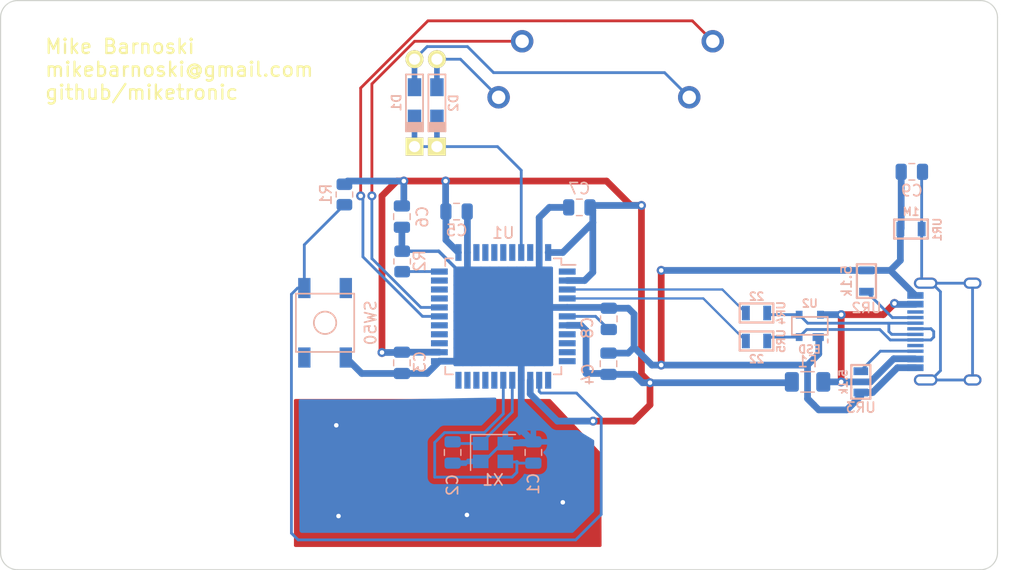
<source format=kicad_pcb>
(kicad_pcb (version 20221018) (generator pcbnew)
  (layers (0 "F.Cu" signal) (31 "B.Cu" signal) (34 "B.Paste" user) (35 "F.Paste" user) (36 "B.SilkS" user "B.Silkscreen") (37 "F.SilkS" user "F.Silkscreen") (38 "B.Mask" user) (39 "F.Mask" user) (44 "Edge.Cuts" user))
  (net 0 "")
  (net 1 "GND")
  (net 2 "+5V")
  (net 3 "ROW0")
  (net 4 "Net-(D1-Pad2)")
  (net 5 "Net-(D2-Pad2)")
  (net 6 "D+")
  (net 7 "D-")
  (net 8 "COL0")
  (net 9 "COL1")
  (net 10 "COL5")
  (net 11 "COL6")
  (net 12 "COL7")
  (net 13 "COL8")
  (net 14 "COL9")
  (net 15 "Net-(U1-UCap)")
  (net 16 "Net-(USB1-SHIELD)")
  (net 17 "VCC")
  (net 18 "Net-(U1-~{RESET})")
  (net 19 "Net-(U1-~{HWB{slash}PE2})")
  (net 30 "Net-(U2-IO1)")
  (net 31 "Net-(U2-IO2)")
  (net 32 "Net-(USB1-CC1)")
  (net 33 "Net-(USB1-CC2)")
  (net 36 "XTAL2")
  (net 37 "XTAL1")
  (footprint "miketronic_fplib:Diode-Hybrid-Back" (layer "F.Cu") (at 115.05 62.4 -90)
    (fp_text reference "D2" (at 0.01 -1.474 90) (layer "B.SilkS") (effects (font (size 0.8 0.8)) (justify mirror)))
    (fp_text value "D" hide)
    (fp_line (start -2.54 -0.762) (end -2.54 0.762) (stroke (width 0.15)) (layer "B.SilkS"))
    (fp_line (start -2.54 0.762) (end 2.54 0.762) (stroke (width 0.15)) (layer "B.SilkS"))
    (fp_line (start 1.778 0.762) (end 1.778 -0.762) (stroke (width 0.15)) (layer "B.SilkS"))
    (fp_line (start 1.905 0.762) (end 1.905 -0.762) (stroke (width 0.15)) (layer "B.SilkS"))
    (fp_line (start 2.032 -0.762) (end 2.032 0.762) (stroke (width 0.15)) (layer "B.SilkS"))
    (fp_line (start 2.159 0.762) (end 2.159 -0.762) (stroke (width 0.15)) (layer "B.SilkS"))
    (fp_line (start 2.286 -0.762) (end 2.286 0.762) (stroke (width 0.15)) (layer "B.SilkS"))
    (fp_line (start 2.413 0.762) (end 2.413 -0.762) (stroke (width 0.15)) (layer "B.SilkS"))
    (fp_line (start 2.54 -0.762) (end -2.54 -0.762) (stroke (width 0.15)) (layer "B.SilkS"))
    (fp_line (start 2.54 0.762) (end 2.54 -0.762) (stroke (width 0.15)) (layer "B.SilkS"))
    (pad "1" smd rect (at 1.4 0 270) (size 1.6 1.2) (layers "B.Cu" "B.Paste" "B.Mask") (net 3 "ROW0"))
    (pad "1" smd rect (at 2.5 0 270) (size 2.9 0.5) (layers "B.Cu") (net 3 "ROW0"))
    (pad "1" thru_hole rect (at 3.9 0 270) (size 1.6 1.6) (drill 1) (layers "*.Cu" "*.Mask" "F.SilkS") (net 3 "ROW0"))
    (pad "2" thru_hole circle (at -3.9 0 270) (size 1.6 1.6) (drill 1) (layers "*.Cu" "*.Mask" "F.SilkS") (net 5 "Net-(D2-Pad2)"))
    (pad "2" smd rect (at -2.5 0 270) (size 2.9 0.5) (layers "B.Cu") (net 5 "Net-(D2-Pad2)"))
    (pad "2" smd rect (at -1.4 0 270) (size 1.6 1.2) (layers "B.Cu" "B.Paste" "B.Mask") (net 5 "Net-(D2-Pad2)"))
  )
  (footprint "miketronic_fplib:MB_KailhChoc-1U_17mm" (layer "F.Cu") (at 140.75 61.2 -90)
    (fp_text reference "SW1")
    (fp_text value "SW")
    (pad "" np_thru_hole circle (at -4.8 -2.7 138.1) (size 1.9 1.9) (drill 1.9) (layers "*.Cu" "*.Mask"))
    (pad "" np_thru_hole circle (at 0.7 -2.7 90) (size 3.4 3.4) (drill 3.4) (layers "*.Cu" "*.Mask"))
    (pad "" np_thru_hole circle (at 6.2 -2.7 138.1) (size 1.9 1.9) (drill 1.9) (layers "*.Cu" "*.Mask"))
    (pad "1" thru_hole circle (at 0.7 3.2 90) (size 2 2) (drill 1.2) (layers "*.Cu" "B.Mask") (net 4 "Net-(D1-Pad2)"))
    (pad "2" thru_hole circle (at -4.3 1.1 90) (size 2 2) (drill 1.2) (layers "*.Cu" "B.Mask") (net 8 "COL0"))
  )
  (footprint "miketronic_fplib:Diode-Hybrid-Back" (layer "F.Cu") (at 113.05 62.4 -90)
    (fp_text reference "D1" (at -0.0254 1.606 90) (layer "B.SilkS") (effects (font (size 0.8 0.8)) (justify mirror)))
    (fp_text value "D" hide)
    (fp_line (start -2.54 -0.762) (end -2.54 0.762) (stroke (width 0.15)) (layer "B.SilkS"))
    (fp_line (start -2.54 0.762) (end 2.54 0.762) (stroke (width 0.15)) (layer "B.SilkS"))
    (fp_line (start 1.778 0.762) (end 1.778 -0.762) (stroke (width 0.15)) (layer "B.SilkS"))
    (fp_line (start 1.905 0.762) (end 1.905 -0.762) (stroke (width 0.15)) (layer "B.SilkS"))
    (fp_line (start 2.032 -0.762) (end 2.032 0.762) (stroke (width 0.15)) (layer "B.SilkS"))
    (fp_line (start 2.159 0.762) (end 2.159 -0.762) (stroke (width 0.15)) (layer "B.SilkS"))
    (fp_line (start 2.286 -0.762) (end 2.286 0.762) (stroke (width 0.15)) (layer "B.SilkS"))
    (fp_line (start 2.413 0.762) (end 2.413 -0.762) (stroke (width 0.15)) (layer "B.SilkS"))
    (fp_line (start 2.54 -0.762) (end -2.54 -0.762) (stroke (width 0.15)) (layer "B.SilkS"))
    (fp_line (start 2.54 0.762) (end 2.54 -0.762) (stroke (width 0.15)) (layer "B.SilkS"))
    (pad "1" smd rect (at 1.4 0 270) (size 1.6 1.2) (layers "B.Cu" "B.Paste" "B.Mask") (net 3 "ROW0"))
    (pad "1" smd rect (at 2.5 0 270) (size 2.9 0.5) (layers "B.Cu") (net 3 "ROW0"))
    (pad "1" thru_hole rect (at 3.9 0 270) (size 1.6 1.6) (drill 1) (layers "*.Cu" "*.Mask" "F.SilkS") (net 3 "ROW0"))
    (pad "2" thru_hole circle (at -3.9 0 270) (size 1.6 1.6) (drill 1) (layers "*.Cu" "*.Mask" "F.SilkS") (net 4 "Net-(D1-Pad2)"))
    (pad "2" smd rect (at -2.5 0 270) (size 2.9 0.5) (layers "B.Cu") (net 4 "Net-(D1-Pad2)"))
    (pad "2" smd rect (at -1.4 0 270) (size 1.6 1.2) (layers "B.Cu" "B.Paste" "B.Mask") (net 4 "Net-(D1-Pad2)"))
  )
  (footprint "miketronic_fplib:MB_KailhChoc-1U_17mm" (layer "F.Cu") (at 123.75 61.2 -90)
    (fp_text reference "SW2")
    (fp_text value "SW")
    (pad "" np_thru_hole circle (at -4.8 -2.7 138.1) (size 1.9 1.9) (drill 1.9) (layers "*.Cu" "*.Mask"))
    (pad "" np_thru_hole circle (at 0.7 -2.7 90) (size 3.4 3.4) (drill 3.4) (layers "*.Cu" "*.Mask"))
    (pad "" np_thru_hole circle (at 6.2 -2.7 138.1) (size 1.9 1.9) (drill 1.9) (layers "*.Cu" "*.Mask"))
    (pad "1" thru_hole circle (at 0.7 3.2 90) (size 2 2) (drill 1.2) (layers "*.Cu" "B.Mask") (net 5 "Net-(D2-Pad2)"))
    (pad "2" thru_hole circle (at -4.3 1.1 90) (size 2 2) (drill 1.2) (layers "*.Cu" "B.Mask") (net 9 "COL1"))
  )
  (footprint "Keebio-Parts:HRO-TYPE-C-31-M-12-Assembly" (layer "B.Cu") (at 165.4125 82.81 -90)
    (fp_text reference "USB1" hide)
    (fp_text value "HRO-TYPE-C-31-M-12")
    (pad "" np_thru_hole circle (at -2.89 6.25 270) (size 0.65 0.65) (drill 0.65) (layers "*.Cu" "*.Mask"))
    (pad "" np_thru_hole circle (at 2.89 6.25 270) (size 0.65 0.65) (drill 0.65) (layers "*.Cu" "*.Mask"))
    (pad "1" smd rect (at -3.225 7.695 270) (size 0.6 1.45) (layers "B.Cu" "B.Paste" "B.Mask") (net 1 "GND"))
    (pad "2" smd rect (at -2.45 7.695 270) (size 0.6 1.45) (layers "B.Cu" "B.Paste" "B.Mask") (net 17 "VCC"))
    (pad "3" smd rect (at -1.75 7.695 270) (size 0.3 1.45) (layers "B.Cu" "B.Paste" "B.Mask"))
    (pad "4" smd rect (at -1.25 7.695 270) (size 0.3 1.45) (layers "B.Cu" "B.Paste" "B.Mask") (net 32 "Net-(USB1-CC1)"))
    (pad "5" smd rect (at -0.75 7.695 270) (size 0.3 1.45) (layers "B.Cu" "B.Paste" "B.Mask") (net 31 "Net-(U2-IO2)"))
    (pad "6" smd rect (at -0.25 7.695 270) (size 0.3 1.45) (layers "B.Cu" "B.Paste" "B.Mask") (net 30 "Net-(U2-IO1)"))
    (pad "7" smd rect (at 0.25 7.695 270) (size 0.3 1.45) (layers "B.Cu" "B.Paste" "B.Mask") (net 31 "Net-(U2-IO2)"))
    (pad "8" smd rect (at 0.75 7.695 270) (size 0.3 1.45) (layers "B.Cu" "B.Paste" "B.Mask") (net 30 "Net-(U2-IO1)"))
    (pad "9" smd rect (at 1.25 7.695 270) (size 0.3 1.45) (layers "B.Cu" "B.Paste" "B.Mask"))
    (pad "10" smd rect (at 1.75 7.695 270) (size 0.3 1.45) (layers "B.Cu" "B.Paste" "B.Mask") (net 33 "Net-(USB1-CC2)"))
    (pad "11" smd rect (at 2.45 7.695 270) (size 0.6 1.45) (layers "B.Cu" "B.Paste" "B.Mask") (net 17 "VCC"))
    (pad "12" smd rect (at 3.225 7.695 270) (size 0.6 1.45) (layers "B.Cu" "B.Paste" "B.Mask") (net 1 "GND"))
    (pad "13" thru_hole oval (at -4.32 2.6 270) (size 1 1.6) (drill oval 0.6 1.2) (layers "*.Cu" "*.Mask") (net 16 "Net-(USB1-SHIELD)"))
    (pad "13" thru_hole oval (at -4.32 6.78 270) (size 1 2.1) (drill oval 0.6 1.7) (layers "*.Cu" "*.Mask") (net 16 "Net-(USB1-SHIELD)"))
    (pad "13" thru_hole oval (at 4.32 2.6 270) (size 1 1.6) (drill oval 0.6 1.2) (layers "*.Cu" "*.Mask") (net 16 "Net-(USB1-SHIELD)"))
    (pad "13" thru_hole oval (at 4.32 6.78 270) (size 1 2.1) (drill oval 0.6 1.7) (layers "*.Cu" "*.Mask") (net 16 "Net-(USB1-SHIELD)"))
  )
  (footprint "Capacitor_SMD:C_0805_2012Metric" (layer "B.Cu") (at 157.4 68.55)
    (fp_text reference "C9" (at 0 1.68) (layer "B.SilkS") (effects (justify mirror)))
    (fp_text value "4.7uF")
    (fp_line (start -0.261252 -0.735) (end 0.261252 -0.735) (stroke (width 0.12)) (layer "B.SilkS"))
    (fp_line (start -0.261252 0.735) (end 0.261252 0.735) (stroke (width 0.12)) (layer "B.SilkS"))
    (pad "1" smd roundrect (at -0.95 0) (size 1 1.45) (layers "B.Cu" "B.Paste" "B.Mask") (net 1 "GND"))
    (pad "2" smd roundrect (at 0.95 0) (size 1 1.45) (layers "B.Cu" "B.Paste" "B.Mask") (net 16 "Net-(USB1-SHIELD)"))
  )
  (footprint "Keebio-Parts:R_0805" (layer "B.Cu") (at 143.55 81.15 180)
    (fp_text reference "UR4" (at -2.184 0 90) (layer "B.SilkS") (effects (font (size 0.7 0.7)) (justify mirror)))
    (fp_text value "22" (at 0 1.468) (layer "B.SilkS") (effects (font (size 0.7 0.7)) (justify mirror)))
    (fp_line (start -1.5 -0.85) (end 1.5 -0.85) (stroke (width 0.2)) (layer "B.SilkS"))
    (fp_line (start -1.5 0.85) (end -1.5 -0.85) (stroke (width 0.2)) (layer "B.SilkS"))
    (fp_line (start -1.5 0.85) (end 1.5 0.85) (stroke (width 0.2)) (layer "B.SilkS"))
    (fp_line (start 1.5 0.85) (end 1.5 -0.85) (stroke (width 0.2)) (layer "B.SilkS"))
    (pad "1" smd rect (at -0.95 0 180) (size 0.7 1.3) (layers "B.Cu" "B.Paste" "B.Mask") (net 31 "Net-(U2-IO2)") (clearance 0.1))
    (pad "2" smd rect (at 0.95 0 180) (size 0.7 1.3) (layers "B.Cu" "B.Paste" "B.Mask") (net 7 "D-") (clearance 0.1))
  )
  (footprint "Capacitor_SMD:C_0805_2012Metric" (layer "B.Cu") (at 127.75 71.725 180)
    (fp_text reference "C7" (at 0 1.68) (layer "B.SilkS") (effects (justify mirror)))
    (fp_text value "10uF")
    (fp_line (start -0.261252 -0.735) (end 0.261252 -0.735) (stroke (width 0.12)) (layer "B.SilkS"))
    (fp_line (start -0.261252 0.735) (end 0.261252 0.735) (stroke (width 0.12)) (layer "B.SilkS"))
    (pad "1" smd roundrect (at -0.95 0 180) (size 1 1.45) (layers "B.Cu" "B.Paste" "B.Mask") (net 2 "+5V"))
    (pad "2" smd roundrect (at 0.95 0 180) (size 1 1.45) (layers "B.Cu" "B.Paste" "B.Mask") (net 1 "GND"))
  )
  (footprint "Keebio-Parts:R_0805" (layer "B.Cu") (at 157.325 73.66)
    (fp_text reference "UR1" (at 2.35 0.05 90) (layer "B.SilkS") (effects (font (size 0.7 0.7)) (justify mirror)))
    (fp_text value "1M" (at 0 -1.55) (layer "B.SilkS") (effects (font (size 0.7 0.7)) (justify mirror)))
    (fp_line (start -1.5 -0.85) (end 1.5 -0.85) (stroke (width 0.2)) (layer "B.SilkS"))
    (fp_line (start -1.5 0.85) (end -1.5 -0.85) (stroke (width 0.2)) (layer "B.SilkS"))
    (fp_line (start -1.5 0.85) (end 1.5 0.85) (stroke (width 0.2)) (layer "B.SilkS"))
    (fp_line (start 1.5 0.85) (end 1.5 -0.85) (stroke (width 0.2)) (layer "B.SilkS"))
    (pad "1" smd rect (at -0.95 0) (size 0.7 1.3) (layers "B.Cu" "B.Paste" "B.Mask") (net 1 "GND") (clearance 0.1))
    (pad "2" smd rect (at 0.95 0) (size 0.7 1.3) (layers "B.Cu" "B.Paste" "B.Mask") (net 16 "Net-(USB1-SHIELD)") (clearance 0.1))
  )
  (footprint "Resistor_SMD:R_0805_2012Metric" (layer "B.Cu") (at 111.95 76.55 90)
    (fp_text reference "R2" (at 0.05 1.55 90) (layer "B.SilkS") (effects (justify mirror)))
    (fp_text value "10k")
    (fp_line (start -0.227064 -0.735) (end 0.227064 -0.735) (stroke (width 0.12)) (layer "B.SilkS"))
    (fp_line (start -0.227064 0.735) (end 0.227064 0.735) (stroke (width 0.12)) (layer "B.SilkS"))
    (pad "1" smd roundrect (at -0.9125 0 90) (size 1.025 1.4) (layers "B.Cu" "B.Paste" "B.Mask") (roundrect_rratio 0.243902439) (net 19 "Net-(U1-~{HWB{slash}PE2})"))
    (pad "2" smd roundrect (at 0.9125 0 90) (size 1.025 1.4) (layers "B.Cu" "B.Paste" "B.Mask") (roundrect_rratio 0.243902439) (net 1 "GND"))
  )
  (footprint "Resistor_SMD:R_0805_2012Metric" (layer "B.Cu") (at 106.8 70.575 -90)
    (fp_text reference "R1" (at 0 1.65 90) (layer "B.SilkS") (effects (justify mirror)))
    (fp_text value "10k")
    (fp_line (start -0.227064 -0.735) (end 0.227064 -0.735) (stroke (width 0.12)) (layer "B.SilkS"))
    (fp_line (start -0.227064 0.735) (end 0.227064 0.735) (stroke (width 0.12)) (layer "B.SilkS"))
    (pad "1" smd roundrect (at -0.9125 0 270) (size 1.025 1.4) (layers "B.Cu" "B.Paste" "B.Mask") (roundrect_rratio 0.243902439) (net 2 "+5V"))
    (pad "2" smd roundrect (at 0.9125 0 270) (size 1.025 1.4) (layers "B.Cu" "B.Paste" "B.Mask") (roundrect_rratio 0.243902439) (net 18 "Net-(U1-~{RESET})"))
  )
  (footprint "Capacitor_SMD:C_0805_2012Metric" (layer "B.Cu") (at 111.925 85.6 -90)
    (fp_text reference "C3" (at -0.075 -1.6 90) (layer "B.SilkS") (effects (justify mirror)))
    (fp_text value "0.1uF")
    (fp_line (start -0.261252 -0.735) (end 0.261252 -0.735) (stroke (width 0.12)) (layer "B.SilkS"))
    (fp_line (start -0.261252 0.735) (end 0.261252 0.735) (stroke (width 0.12)) (layer "B.SilkS"))
    (pad "1" smd roundrect (at -0.95 0 270) (size 1 1.45) (layers "B.Cu" "B.Paste" "B.Mask") (net 2 "+5V"))
    (pad "2" smd roundrect (at 0.95 0 270) (size 1 1.45) (layers "B.Cu" "B.Paste" "B.Mask") (net 1 "GND"))
  )
  (footprint "random-keyboard-parts:SKQG-1155865" (layer "B.Cu") (at 105.075 82.025 -90)
    (fp_text reference "SW50" (at 0 -4.064 90) (layer "B.SilkS") (effects (justify mirror)))
    (fp_text value "SW_Push")
    (fp_line (start -2.6 -2.6) (end -2.6 2.6) (stroke (width 0.15)) (layer "B.SilkS"))
    (fp_line (start -2.6 2.6) (end 2.6 2.6) (stroke (width 0.15)) (layer "B.SilkS"))
    (fp_line (start 2.6 -2.6) (end -2.6 -2.6) (stroke (width 0.15)) (layer "B.SilkS"))
    (fp_line (start 2.6 2.6) (end 2.6 -2.6) (stroke (width 0.15)) (layer "B.SilkS"))
    (fp_circle (center 0 0) (end 1 0) (stroke (width 0.15)) (fill none) (layer "B.SilkS"))
    (pad "1" smd rect (at 3.1 -1.85 270) (size 1.8 1.1) (layers "B.Cu" "B.Paste" "B.Mask") (net 1 "GND"))
    (pad "2" smd rect (at -3.1 1.85 270) (size 1.8 1.1) (layers "B.Cu" "B.Paste" "B.Mask") (net 18 "Net-(U1-~{RESET})"))
    (pad "3" smd rect (at 3.1 1.85 270) (size 1.8 1.1) (layers "B.Cu" "B.Paste" "B.Mask"))
    (pad "4" smd rect (at -3.1 -1.85 270) (size 1.8 1.1) (layers "B.Cu" "B.Paste" "B.Mask"))
  )
  (footprint "Fuse:Fuse_1206_3216Metric" (layer "B.Cu") (at 148.1 87.3 180)
    (fp_text reference "F1" (at 0 1.82) (layer "B.SilkS") (effects (justify mirror)))
    (fp_text value "500mA Hold")
    (fp_line (start -0.602064 -0.91) (end 0.602064 -0.91) (stroke (width 0.12)) (layer "B.SilkS"))
    (fp_line (start -0.602064 0.91) (end 0.602064 0.91) (stroke (width 0.12)) (layer "B.SilkS"))
    (pad "1" smd roundrect (at -1.4 0 180) (size 1.25 1.75) (layers "B.Cu" "B.Paste" "B.Mask") (roundrect_rratio 0.2) (net 17 "VCC"))
    (pad "2" smd roundrect (at 1.4 0 180) (size 1.25 1.75) (layers "B.Cu" "B.Paste" "B.Mask") (roundrect_rratio 0.2) (net 2 "+5V"))
  )
  (footprint "Capacitor_SMD:C_0805_2012Metric" (layer "B.Cu") (at 130.375 81.675 -90)
    (fp_text reference "C8" (at 0.801 1.913 90) (layer "B.SilkS") (effects (justify mirror)))
    (fp_text value "1uF")
    (fp_line (start -0.261252 -0.735) (end 0.261252 -0.735) (stroke (width 0.12)) (layer "B.SilkS"))
    (fp_line (start -0.261252 0.735) (end 0.261252 0.735) (stroke (width 0.12)) (layer "B.SilkS"))
    (pad "1" smd roundrect (at -0.95 0 270) (size 1 1.45) (layers "B.Cu" "B.Paste" "B.Mask") (net 1 "GND"))
    (pad "2" smd roundrect (at 0.95 0 270) (size 1 1.45) (layers "B.Cu" "B.Paste" "B.Mask") (net 15 "Net-(U1-UCap)"))
  )
  (footprint "Keebio-Parts:R_0805" (layer "B.Cu") (at 152.85 87.3 90)
    (fp_text reference "UR3" (at -2.288 0) (layer "B.SilkS") (effects (font (size 0.889 0.889) (thickness 0.15) bold) (justify mirror)))
    (fp_text value "5.1k" (at 0 -1.55 90) (layer "B.SilkS") (effects (font (size 0.7 0.7)) (justify mirror)))
    (fp_line (start -1.5 -0.85) (end 1.5 -0.85) (stroke (width 0.2)) (layer "B.SilkS"))
    (fp_line (start -1.5 0.85) (end -1.5 -0.85) (stroke (width 0.2)) (layer "B.SilkS"))
    (fp_line (start -1.5 0.85) (end 1.5 0.85) (stroke (width 0.2)) (layer "B.SilkS"))
    (fp_line (start 1.5 0.85) (end 1.5 -0.85) (stroke (width 0.2)) (layer "B.SilkS"))
    (pad "1" smd rect (at -0.95 0 90) (size 0.7 1.3) (layers "B.Cu" "B.Paste" "B.Mask") (net 1 "GND") (clearance 0.1))
    (pad "2" smd rect (at 0.95 0 90) (size 0.7 1.3) (layers "B.Cu" "B.Paste" "B.Mask") (net 33 "Net-(USB1-CC2)") (clearance 0.1))
  )
  (footprint "Keebio-Parts:SOT-143B" (layer "B.Cu") (at 148.3 82.3 180)
    (fp_text reference "U2" (at 0 2) (layer "B.SilkS") (effects (font (size 0.7 0.7)) (justify mirror)))
    (fp_text value "PRTR5V0U2X" hide)
    (fp_text user "ESD" (at 0.026 -2.1) (layer "B.SilkS") (effects (font (size 0.7 0.7)) (justify mirror)))
    (fp_line (start -1.6 -1.2) (end -1.6 -1.5) (stroke (width 0.15)) (layer "B.SilkS"))
    (fp_line (start -1.6 0.8) (end -1.6 -0.8) (stroke (width 0.15)) (layer "B.SilkS"))
    (fp_line (start 1.6 -0.8) (end -1.6 -0.8) (stroke (width 0.15)) (layer "B.SilkS"))
    (fp_line (start 1.6 0.8) (end -1.6 0.8) (stroke (width 0.15)) (layer "B.SilkS"))
    (fp_line (start 1.6 0.8) (end 1.6 -0.8) (stroke (width 0.15)) (layer "B.SilkS"))
    (pad "1" smd rect (at -0.75 -1 180) (size 1 0.7) (layers "B.Cu" "B.Paste" "B.Mask") (net 1 "GND"))
    (pad "2" smd rect (at 0.95 -1 180) (size 0.6 0.7) (layers "B.Cu" "B.Paste" "B.Mask") (net 30 "Net-(U2-IO1)"))
    (pad "3" smd rect (at 0.95 1 180) (size 0.6 0.7) (layers "B.Cu" "B.Paste" "B.Mask") (net 31 "Net-(U2-IO2)"))
    (pad "4" smd rect (at -0.95 1 180) (size 0.6 0.7) (layers "B.Cu" "B.Paste" "B.Mask") (net 17 "VCC"))
  )
  (footprint "Capacitor_SMD:C_0805_2012Metric" (layer "B.Cu") (at 111.925 72.55 -90)
    (fp_text reference "C6" (at 0.025 -1.825 90) (layer "B.SilkS") (effects (justify mirror)))
    (fp_text value "0.1uF")
    (fp_line (start -0.261252 -0.735) (end 0.261252 -0.735) (stroke (width 0.12)) (layer "B.SilkS"))
    (fp_line (start -0.261252 0.735) (end 0.261252 0.735) (stroke (width 0.12)) (layer "B.SilkS"))
    (pad "1" smd roundrect (at -0.95 0 270) (size 1 1.45) (layers "B.Cu" "B.Paste" "B.Mask") (net 2 "+5V"))
    (pad "2" smd roundrect (at 0.95 0 270) (size 1 1.45) (layers "B.Cu" "B.Paste" "B.Mask") (net 1 "GND"))
  )
  (footprint "Capacitor_SMD:C_0805_2012Metric" (layer "B.Cu") (at 116.45 93.6 -90)
    (fp_text reference "C2" (at 2.906248 0.01875 90) (layer "B.SilkS") (effects (justify mirror)))
    (fp_text value "22pF")
    (fp_line (start -0.261252 -0.735) (end 0.261252 -0.735) (stroke (width 0.12)) (layer "B.SilkS"))
    (fp_line (start -0.261252 0.735) (end 0.261252 0.735) (stroke (width 0.12)) (layer "B.SilkS"))
    (pad "1" smd roundrect (at -0.95 0 270) (size 1 1.45) (layers "B.Cu" "B.Paste" "B.Mask") (net 37 "XTAL1"))
    (pad "2" smd roundrect (at 0.95 0 270) (size 1 1.45) (layers "B.Cu" "B.Paste" "B.Mask") (net 1 "GND"))
  )
  (footprint "Capacitor_SMD:C_0805_2012Metric" (layer "B.Cu") (at 116.8 72.1)
    (fp_text reference "C5" (at 0 1.68) (layer "B.SilkS") (effects (justify mirror)))
    (fp_text value "0.1uF")
    (fp_line (start -0.261252 -0.735) (end 0.261252 -0.735) (stroke (width 0.12)) (layer "B.SilkS"))
    (fp_line (start -0.261252 0.735) (end 0.261252 0.735) (stroke (width 0.12)) (layer "B.SilkS"))
    (pad "1" smd roundrect (at -0.95 0) (size 1 1.45) (layers "B.Cu" "B.Paste" "B.Mask") (net 2 "+5V"))
    (pad "2" smd roundrect (at 0.95 0) (size 1 1.45) (layers "B.Cu" "B.Paste" "B.Mask") (net 1 "GND"))
  )
  (footprint "Package_QFP:TQFP-44_10x10mm_P0.8mm" (layer "B.Cu") (at 120.96875 81.45375 180)
    (fp_text reference "U1" (at 0 7.45) (layer "B.SilkS") (effects (justify mirror)))
    (fp_text value "ATmega32U4")
    (fp_line (start -5.175 -5.175) (end -5.175 -4.5) (stroke (width 0.15)) (layer "B.SilkS"))
    (fp_line (start -5.175 -5.175) (end -4.5 -5.175) (stroke (width 0.15)) (layer "B.SilkS"))
    (fp_line (start -5.175 4.6) (end -6.45 4.6) (stroke (width 0.15)) (layer "B.SilkS"))
    (fp_line (start -5.175 5.175) (end -5.175 4.6) (stroke (width 0.15)) (layer "B.SilkS"))
    (fp_line (start -5.175 5.175) (end -4.5 5.175) (stroke (width 0.15)) (layer "B.SilkS"))
    (fp_line (start 5.175 -5.175) (end 4.5 -5.175) (stroke (width 0.15)) (layer "B.SilkS"))
    (fp_line (start 5.175 -5.175) (end 5.175 -4.5) (stroke (width 0.15)) (layer "B.SilkS"))
    (fp_line (start 5.175 5.175) (end 4.5 5.175) (stroke (width 0.15)) (layer "B.SilkS"))
    (fp_line (start 5.175 5.175) (end 5.175 4.5) (stroke (width 0.15)) (layer "B.SilkS"))
    (pad "1" smd rect (at -5.7 4 180) (size 1.5 0.55) (layers "B.Cu" "B.Paste" "B.Mask"))
    (pad "2" smd rect (at -5.7 3.2 180) (size 1.5 0.55) (layers "B.Cu" "B.Paste" "B.Mask") (net 2 "+5V"))
    (pad "3" smd rect (at -5.7 2.4 180) (size 1.5 0.55) (layers "B.Cu" "B.Paste" "B.Mask") (net 7 "D-"))
    (pad "4" smd rect (at -5.7 1.6 180) (size 1.5 0.55) (layers "B.Cu" "B.Paste" "B.Mask") (net 6 "D+"))
    (pad "5" smd rect (at -5.7 0.8 180) (size 1.5 0.55) (layers "B.Cu" "B.Paste" "B.Mask") (net 1 "GND"))
    (pad "6" smd rect (at -5.7 0 180) (size 1.5 0.55) (layers "B.Cu" "B.Paste" "B.Mask") (net 15 "Net-(U1-UCap)"))
    (pad "7" smd rect (at -5.7 -0.8 180) (size 1.5 0.55) (layers "B.Cu" "B.Paste" "B.Mask") (net 2 "+5V"))
    (pad "8" smd rect (at -5.7 -1.6 180) (size 1.5 0.55) (layers "B.Cu" "B.Paste" "B.Mask"))
    (pad "9" smd rect (at -5.7 -2.4 180) (size 1.5 0.55) (layers "B.Cu" "B.Paste" "B.Mask"))
    (pad "10" smd rect (at -5.7 -3.2 180) (size 1.5 0.55) (layers "B.Cu" "B.Paste" "B.Mask"))
    (pad "11" smd rect (at -5.7 -4 180) (size 1.5 0.55) (layers "B.Cu" "B.Paste" "B.Mask"))
    (pad "12" smd rect (at -4 -5.7 90) (size 1.5 0.55) (layers "B.Cu" "B.Paste" "B.Mask"))
    (pad "13" smd rect (at -3.2 -5.7 90) (size 1.5 0.55) (layers "B.Cu" "B.Paste" "B.Mask") (net 18 "Net-(U1-~{RESET})"))
    (pad "14" smd rect (at -2.4 -5.7 90) (size 1.5 0.55) (layers "B.Cu" "B.Paste" "B.Mask") (net 2 "+5V"))
    (pad "15" smd rect (at -1.6 -5.7 90) (size 1.5 0.55) (layers "B.Cu" "B.Paste" "B.Mask") (net 1 "GND"))
    (pad "16" smd rect (at -0.8 -5.7 90) (size 1.5 0.55) (layers "B.Cu" "B.Paste" "B.Mask") (net 37 "XTAL1"))
    (pad "17" smd rect (at 0 -5.7 90) (size 1.5 0.55) (layers "B.Cu" "B.Paste" "B.Mask") (net 36 "XTAL2"))
    (pad "18" smd rect (at 0.8 -5.7 90) (size 1.5 0.55) (layers "B.Cu" "B.Paste" "B.Mask") (net 10 "COL5"))
    (pad "19" smd rect (at 1.6 -5.7 90) (size 1.5 0.55) (layers "B.Cu" "B.Paste" "B.Mask") (net 11 "COL6"))
    (pad "20" smd rect (at 2.4 -5.7 90) (size 1.5 0.55) (layers "B.Cu" "B.Paste" "B.Mask") (net 12 "COL7"))
    (pad "21" smd rect (at 3.2 -5.7 90) (size 1.5 0.55) (layers "B.Cu" "B.Paste" "B.Mask") (net 13 "COL8"))
    (pad "22" smd rect (at 4 -5.7 90) (size 1.5 0.55) (layers "B.Cu" "B.Paste" "B.Mask") (net 14 "COL9"))
    (pad "23" smd rect (at 5.7 -4 180) (size 1.5 0.55) (layers "B.Cu" "B.Paste" "B.Mask") (net 1 "GND"))
    (pad "24" smd rect (at 5.7 -3.2 180) (size 1.5 0.55) (layers "B.Cu" "B.Paste" "B.Mask") (net 2 "+5V"))
    (pad "25" smd rect (at 5.7 -2.4 180) (size 1.5 0.55) (layers "B.Cu" "B.Paste" "B.Mask"))
    (pad "26" smd rect (at 5.7 -1.6 180) (size 1.5 0.55) (layers "B.Cu" "B.Paste" "B.Mask"))
    (pad "27" smd rect (at 5.7 -0.8 180) (size 1.5 0.55) (layers "B.Cu" "B.Paste" "B.Mask"))
    (pad "28" smd rect (at 5.7 0 180) (size 1.5 0.55) (layers "B.Cu" "B.Paste" "B.Mask") (net 8 "COL0"))
    (pad "29" smd rect (at 5.7 0.8 180) (size 1.5 0.55) (layers "B.Cu" "B.Paste" "B.Mask") (net 9 "COL1"))
    (pad "30" smd rect (at 5.7 1.6 180) (size 1.5 0.55) (layers "B.Cu" "B.Paste" "B.Mask"))
    (pad "31" smd rect (at 5.7 2.4 180) (size 1.5 0.55) (layers "B.Cu" "B.Paste" "B.Mask"))
    (pad "32" smd rect (at 5.7 3.2 180) (size 1.5 0.55) (layers "B.Cu" "B.Paste" "B.Mask"))
    (pad "33" smd rect (at 5.7 4 180) (size 1.5 0.55) (layers "B.Cu" "B.Paste" "B.Mask") (net 19 "Net-(U1-~{HWB{slash}PE2})"))
    (pad "34" smd rect (at 4 5.7 90) (size 1.5 0.55) (layers "B.Cu" "B.Paste" "B.Mask") (net 2 "+5V"))
    (pad "35" smd rect (at 3.2 5.7 90) (size 1.5 0.55) (layers "B.Cu" "B.Paste" "B.Mask") (net 1 "GND"))
    (pad "36" smd rect (at 2.4 5.7 90) (size 1.5 0.55) (layers "B.Cu" "B.Paste" "B.Mask"))
    (pad "37" smd rect (at 1.6 5.7 90) (size 1.5 0.55) (layers "B.Cu" "B.Paste" "B.Mask"))
    (pad "38" smd rect (at 0.8 5.7 90) (size 1.5 0.55) (layers "B.Cu" "B.Paste" "B.Mask"))
    (pad "39" smd rect (at 0 5.7 90) (size 1.5 0.55) (layers "B.Cu" "B.Paste" "B.Mask"))
    (pad "40" smd rect (at -0.8 5.7 90) (size 1.5 0.55) (layers "B.Cu" "B.Paste" "B.Mask"))
    (pad "41" smd rect (at -1.6 5.7 90) (size 1.5 0.55) (layers "B.Cu" "B.Paste" "B.Mask") (net 3 "ROW0"))
    (pad "42" smd rect (at -2.4 5.7 90) (size 1.5 0.55) (layers "B.Cu" "B.Paste" "B.Mask"))
    (pad "43" smd rect (at -3.2 5.7 90) (size 1.5 0.55) (layers "B.Cu" "B.Paste" "B.Mask") (net 1 "GND"))
    (pad "44" smd rect (at -4 5.7 90) (size 1.5 0.55) (layers "B.Cu" "B.Paste" "B.Mask") (net 2 "+5V"))
  )
  (footprint "Capacitor_SMD:C_0805_2012Metric" (layer "B.Cu") (at 123.65 93.6 -90)
    (fp_text reference "C1" (at 2.8 0 90) (layer "B.SilkS") (effects (justify mirror)))
    (fp_text value "22pF")
    (fp_line (start -0.261252 -0.735) (end 0.261252 -0.735) (stroke (width 0.12)) (layer "B.SilkS"))
    (fp_line (start -0.261252 0.735) (end 0.261252 0.735) (stroke (width 0.12)) (layer "B.SilkS"))
    (pad "1" smd roundrect (at -0.95 0 270) (size 1 1.45) (layers "B.Cu" "B.Paste" "B.Mask") (net 1 "GND"))
    (pad "2" smd roundrect (at 0.95 0 270) (size 1 1.45) (layers "B.Cu" "B.Paste" "B.Mask") (net 36 "XTAL2"))
  )
  (footprint "Crystal:Crystal_SMD_SeikoEpson_FA238-4Pin_3.2x2.5mm" (layer "B.Cu") (at 120.05 93.6)
    (fp_text reference "X1" (at 0 2.45) (layer "B.SilkS") (effects (justify mirror)))
    (fp_text value "XTAL_GND")
    (fp_line (start -2 -1.6) (end 2 -1.6) (stroke (width 0.12)) (layer "B.SilkS"))
    (fp_line (start -2 1.6) (end -2 -1.6) (stroke (width 0.12)) (layer "B.SilkS"))
    (pad "1" smd rect (at -1.1 -0.8) (size 1.4 1.2) (layers "B.Cu" "B.Paste" "B.Mask") (net 37 "XTAL1"))
    (pad "2" smd rect (at 1.1 -0.8) (size 1.4 1.2) (layers "B.Cu" "B.Paste" "B.Mask") (net 1 "GND"))
    (pad "3" smd rect (at 1.1 0.8) (size 1.4 1.2) (layers "B.Cu" "B.Paste" "B.Mask") (net 36 "XTAL2"))
    (pad "4" smd rect (at -1.1 0.8) (size 1.4 1.2) (layers "B.Cu" "B.Paste" "B.Mask") (net 1 "GND"))
  )
  (footprint "Capacitor_SMD:C_0805_2012Metric" (layer "B.Cu") (at 130.35 85.68 90)
    (fp_text reference "C4" (at -0.94 -1.84 90) (layer "B.SilkS") (effects (justify mirror)))
    (fp_text value "0.1uF")
    (fp_line (start -0.261252 -0.735) (end 0.261252 -0.735) (stroke (width 0.12)) (layer "B.SilkS"))
    (fp_line (start -0.261252 0.735) (end 0.261252 0.735) (stroke (width 0.12)) (layer "B.SilkS"))
    (pad "1" smd roundrect (at -0.95 0 90) (size 1 1.45) (layers "B.Cu" "B.Paste" "B.Mask") (net 2 "+5V"))
    (pad "2" smd roundrect (at 0.95 0 90) (size 1 1.45) (layers "B.Cu" "B.Paste" "B.Mask") (net 1 "GND"))
  )
  (footprint "Keebio-Parts:R_0805" (layer "B.Cu") (at 143.55 83.65)
    (fp_text reference "UR5" (at 2.184 0 90) (layer "B.SilkS") (effects (font (size 0.7 0.7)) (justify mirror)))
    (fp_text value "22" (at 0 1.62) (layer "B.SilkS") (effects (font (size 0.7 0.7)) (justify mirror)))
    (fp_line (start -1.5 -0.85) (end 1.5 -0.85) (stroke (width 0.2)) (layer "B.SilkS"))
    (fp_line (start -1.5 0.85) (end -1.5 -0.85) (stroke (width 0.2)) (layer "B.SilkS"))
    (fp_line (start -1.5 0.85) (end 1.5 0.85) (stroke (width 0.2)) (layer "B.SilkS"))
    (fp_line (start 1.5 0.85) (end 1.5 -0.85) (stroke (width 0.2)) (layer "B.SilkS"))
    (pad "1" smd rect (at -0.95 0) (size 0.7 1.3) (layers "B.Cu" "B.Paste" "B.Mask") (net 6 "D+") (clearance 0.1))
    (pad "2" smd rect (at 0.95 0) (size 0.7 1.3) (layers "B.Cu" "B.Paste" "B.Mask") (net 30 "Net-(U2-IO1)") (clearance 0.1))
  )
  (footprint "Keebio-Parts:R_0805" (layer "B.Cu") (at 153.35 78.3 90)
    (fp_text reference "UR2" (at -2.398 0.004) (layer "B.SilkS") (effects (font (size 0.889 0.889)) (justify mirror)))
    (fp_text value "5.1k" (at 0 -1.774 90) (layer "B.SilkS") (effects (font (size 0.889 0.889)) (justify mirror)))
    (fp_line (start -1.5 -0.85) (end 1.5 -0.85) (stroke (width 0.2)) (layer "B.SilkS"))
    (fp_line (start -1.5 0.85) (end -1.5 -0.85) (stroke (width 0.2)) (layer "B.SilkS"))
    (fp_line (start -1.5 0.85) (end 1.5 0.85) (stroke (width 0.2)) (layer "B.SilkS"))
    (fp_line (start 1.5 0.85) (end 1.5 -0.85) (stroke (width 0.2)) (layer "B.SilkS"))
    (pad "1" smd rect (at -0.95 0 90) (size 0.7 1.3) (layers "B.Cu" "B.Paste" "B.Mask") (net 32 "Net-(USB1-CC1)") (clearance 0.1))
    (pad "2" smd rect (at 0.95 0 90) (size 0.7 1.3) (layers "B.Cu" "B.Paste" "B.Mask") (net 1 "GND") (clearance 0.1))
  )
  (gr_arc (start 77.662 104.066) (mid 76.584369 103.619631) (end 76.138 102.542) (stroke (width 0.1)) (layer "Edge.Cuts"))
  (gr_line (start 163.514 104.066) (end 77.662 104.066) (stroke (width 0.1)) (layer "Edge.Cuts"))
  (gr_arc (start 163.514 53.266) (mid 164.591631 53.712369) (end 165.038 54.79) (stroke (width 0.1)) (layer "Edge.Cuts"))
  (gr_arc (start 165.038 102.542) (mid 164.591631 103.619631) (end 163.514 104.066) (stroke (width 0.1)) (layer "Edge.Cuts"))
  (gr_line (start 77.662 53.266) (end 163.514 53.266) (stroke (width 0.1)) (layer "Edge.Cuts"))
  (gr_arc (start 76.138 54.79) (mid 76.584369 53.712369) (end 77.662 53.266) (stroke (width 0.1)) (layer "Edge.Cuts"))
  (gr_line (start 76.138 102.542) (end 76.138 54.79) (stroke (width 0.1)) (layer "Edge.Cuts"))
  (gr_line (start 165.038 54.79) (end 165.038 102.542) (stroke (width 0.1)) (layer "Edge.Cuts"))
  (gr_text "Mike Barnoski\nmikebarnoski@gmail.com\ngithub/miketronic" (at 80 62.2) (layer "F.SilkS") (effects (font (size 1.27 1.27) (thickness 0.2) bold) (justify left bottom)))
  (segment (start 135.05 77.35) (end 135.05 85.8) (width 0.6) (layer "F.Cu") (net 1))
  (via (at 106.275 99.275) (size 0.8) (drill 0.4) (layers "F.Cu" "B.Cu") (net 1))
  (via (at 106.075 91.175) (size 0.8) (drill 0.4) (layers "F.Cu" "B.Cu") (net 1))
  (via (at 126.275 98.05) (size 0.8) (drill 0.4) (layers "F.Cu" "B.Cu") (net 1))
  (via (at 135.05 77.35) (size 0.8) (drill 0.4) (layers "F.Cu" "B.Cu") (net 1))
  (via (at 135.05 85.8) (size 0.8) (drill 0.4) (layers "F.Cu" "B.Cu") (net 1))
  (via (at 117.725 99.175) (size 0.8) (drill 0.4) (layers "F.Cu" "B.Cu") (net 1))
  (segment (start 132.11 84.73) (end 132.63 84.21) (width 0.6) (layer "B.Cu") (net 1))
  (segment (start 148.675 89.375) (end 148.2 88.9) (width 0.6) (layer "B.Cu") (net 1))
  (segment (start 122.56875 82.08125) (end 122.56875 87.15375) (width 0.6) (layer "B.Cu") (net 1))
  (segment (start 153.9 88.25) (end 152.85 88.25) (width 0.6) (layer "B.Cu") (net 1))
  (segment (start 111.925 86.55) (end 108.35 86.55) (width 0.6) (layer "B.Cu") (net 1))
  (segment (start 130.35 84.73) (end 132.11 84.73) (width 0.6) (layer "B.Cu") (net 1))
  (segment (start 148.1 85.8) (end 148.1 88.8) (width 0.6) (layer "B.Cu") (net 1))
  (segment (start 117.76875 72.11875) (end 117.76875 75.75375) (width 0.6) (layer "B.Cu") (net 1))
  (segment (start 155.4825 77.35) (end 157.7175 79.585) (width 0.6) (layer "B.Cu") (net 1))
  (segment (start 118.95 94.45) (end 116.55 94.45) (width 0.254) (layer "B.Cu") (net 1))
  (segment (start 115.2125 75.6375) (end 116.85625 77.28125) (width 0.3) (layer "B.Cu") (net 1))
  (segment (start 125.075 71.725) (end 124.16875 72.63125) (width 0.6) (layer "B.Cu") (net 1))
  (segment (start 153.35 77.35) (end 155.4825 77.35) (width 0.6) (layer "B.Cu") (net 1))
  (segment (start 151.6 89.8) (end 152.85 88.55) (width 0.6) (layer "B.Cu") (net 1))
  (segment (start 120.896 92.75) (end 121.15 92.75) (width 0.254) (layer "B.Cu") (net 1))
  (segment (start 152.85 88.55) (end 152.85 88.25) (width 0.6) (layer "B.Cu") (net 1))
  (segment (start 135.05 77.35) (end 153.35 77.35) (width 0.6) (layer "B.Cu") (net 1))
  (segment (start 119.196 94.45) (end 120.896 92.75) (width 0.254) (layer "B.Cu") (net 1))
  (segment (start 114.1725 86.55) (end 115.26875 85.45375) (width 0.6) (layer "B.Cu") (net 1))
  (segment (start 118.95 94.45) (end 119.196 94.45) (width 0.254) (layer "B.Cu") (net 1))
  (segment (start 156.375 73.66) (end 156.375 76.4575) (width 0.6) (layer "B.Cu") (net 1))
  (segment (start 115.26875 85.45375) (end 119.19625 85.45375) (width 0.6) (layer "B.Cu") (net 1))
  (segment (start 156.375 76.4575) (end 155.4825 77.35) (width 0.6) (layer "B.Cu") (net 1))
  (segment (start 123.5 92.8) (end 123.65 92.65) (width 0.6) (layer "B.Cu") (net 1))
  (segment (start 117.75 72.1) (end 117.76875 72.11875) (width 0.6) (layer "B.Cu") (net 1))
  (segment (start 130.30375 80.65375) (end 126.66875 80.65375) (width 0.6) (layer "B.Cu") (net 1))
  (segment (start 111.925 86.55) (end 114.1725 86.55) (width 0.6) (layer "B.Cu") (net 1))
  (segment (start 126.8 71.725) (end 125.075 71.725) (width 0.6) (layer "B.Cu") (net 1))
  (segment (start 124.16875 72.63125) (end 124.16875 75.75375) (width 0.6) (layer "B.Cu") (net 1))
  (segment (start 111.95 75.6375) (end 115.2125 75.6375) (width 0.3) (layer "B.Cu") (net 1))
  (segment (start 119.19625 85.45375) (end 122.56875 82.08125) (width 0.6) (layer "B.Cu") (net 1))
  (segment (start 124.16875 80.48125) (end 122.56875 82.08125) (width 0.6) (layer "B.Cu") (net 1))
  (segment (start 122.56875 91.56875) (end 123.65 92.65) (width 0.6) (layer "B.Cu") (net 1))
  (segment (start 156.45 68.55) (end 156.45 73.585) (width 0.6) (layer "B.Cu") (net 1))
  (segment (start 149.1 84.8) (end 148.1 85.8) (width 0.6) (layer "B.Cu") (net 1))
  (segment (start 132.115 80.725) (end 130.375 80.725) (width 0.6) (layer "B.Cu") (net 1))
  (segment (start 121.15 92.75) (end 123.55 92.75) (width 0.6) (layer "B.Cu") (net 1))
  (segment (start 116.55 94.45) (end 116.45 94.55) (width 0.254) (layer "B.Cu") (net 1))
  (segment (start 148.675 89.375) (end 149.1 89.8) (width 0.6) (layer "B.Cu") (net 1))
  (segment (start 132.63 84.21) (end 134.22 85.8) (width 0.6) (layer "B.Cu") (net 1))
  (segment (start 124.16875 80.48125) (end 124.34125 80.65375) (width 0.6) (layer "B.Cu") (net 1))
  (segment (start 124.16875 75.75375) (end 124.16875 80.48125) (width 0.6) (layer "B.Cu") (net 1))
  (segment (start 116.85625 77.28125) (end 117.76875 77.28125) (width 0.3) (layer "B.Cu") (net 1))
  (segment (start 111.925 75.6125) (end 111.95 75.6375) (width 0.6) (layer "B.Cu") (net 1))
  (segment (start 118.95 94.45) (end 118.95 94.4) (width 0.4318) (layer "B.Cu") (net 1))
  (segment (start 122.56875 87.15375) (end 122.56875 91.56875) (width 0.6) (layer "B.Cu") (net 1))
  (segment (start 130.375 80.725) (end 130.30375 80.65375) (width 0.6) (layer "B.Cu") (net 1))
  (segment (start 149.1 83.3) (end 149.1 84.8) (width 0.6) (layer "B.Cu") (net 1))
  (segment (start 132.63 84.21) (end 132.63 81.24) (width 0.6) (layer "B.Cu") (net 1))
  (segment (start 156.115 86.035) (end 153.9 88.25) (width 0.6) (layer "B.Cu") (net 1))
  (segment (start 111.925 73.5) (end 111.925 75.6125) (width 0.6) (layer "B.Cu") (net 1))
  (segment (start 117.76875 77.28125) (end 122.56875 82.08125) (width 0.6) (layer "B.Cu") (net 1))
  (segment (start 156.45 73.585) (end 156.375 73.66) (width 0.6) (layer "B.Cu") (net 1))
  (segment (start 148.1 88.8) (end 148.675 89.375) (width 0.6) (layer "B.Cu") (net 1))
  (segment (start 134.22 85.8) (end 148.1 85.8) (width 0.6) (layer "B.Cu") (net 1))
  (segment (start 117.76875 75.75375) (end 117.76875 77.28125) (width 0.6) (layer "B.Cu") (net 1))
  (segment (start 123.55 92.75) (end 123.65 92.65) (width 0.6) (layer "B.Cu") (net 1))
  (segment (start 132.63 81.24) (end 132.115 80.725) (width 0.6) (layer "B.Cu") (net 1))
  (segment (start 157.7175 86.035) (end 156.115 86.035) (width 0.6) (layer "B.Cu") (net 1))
  (segment (start 149.05 83.3) (end 149.1 83.3) (width 0.6) (layer "B.Cu") (net 1))
  (segment (start 108.35 86.55) (end 106.925 85.125) (width 0.6) (layer "B.Cu") (net 1))
  (segment (start 149.1 89.8) (end 151.6 89.8) (width 0.6) (layer "B.Cu") (net 1))
  (segment (start 124.34125 80.65375) (end 126.66875 80.65375) (width 0.6) (layer "B.Cu") (net 1))
  (segment (start 115.825 69.375) (end 111.475 69.375) (width 0.6) (layer "F.Cu") (net 2))
  (segment (start 133.288 71.554) (end 133.288 86.613) (width 0.6) (layer "F.Cu") (net 2))
  (segment (start 134.05 89.35) (end 132.6 90.8) (width 0.6) (layer "F.Cu") (net 2))
  (segment (start 132.6 90.8) (end 128.975 90.8) (width 0.6) (layer "F.Cu") (net 2))
  (segment (start 133.288 71.554) (end 132.354 71.554) (width 0.6) (layer "F.Cu") (net 2))
  (segment (start 111.475 69.375) (end 110.15 70.7) (width 0.6) (layer "F.Cu") (net 2))
  (segment (start 133.288 86.613) (end 134.05 87.375) (width 0.6) (layer "F.Cu") (net 2))
  (segment (start 130.175 69.375) (end 115.825 69.375) (width 0.6) (layer "F.Cu") (net 2))
  (segment (start 132.354 71.554) (end 130.175 69.375) (width 0.6) (layer "F.Cu") (net 2))
  (segment (start 134.05 87.375) (end 134.05 89.35) (width 0.6) (layer "F.Cu") (net 2))
  (segment (start 110.15 70.7) (end 110.15 84.675) (width 0.6) (layer "F.Cu") (net 2))
  (via (at 128.975 90.8) (size 0.8) (drill 0.4) (layers "F.Cu" "B.Cu") (net 2))
  (via (at 133.288 71.554) (size 0.8) (drill 0.4) (layers "F.Cu" "B.Cu") (net 2))
  (via (at 112.1 69.375) (size 0.8) (drill 0.4) (layers "F.Cu" "B.Cu") (net 2))
  (via (at 134.05 87.375) (size 0.8) (drill 0.4) (layers "F.Cu" "B.Cu") (net 2))
  (via (at 115.825 69.375) (size 0.8) (drill 0.4) (layers "F.Cu" "B.Cu") (net 2))
  (via (at 110.15 84.675) (size 0.8) (drill 0.4) (layers "F.Cu" "B.Cu") (net 2))
  (segment (start 115.825 69.375) (end 115.825 72.075) (width 0.6) (layer "B.Cu") (net 2))
  (segment (start 133.288 71.554) (end 128.871 71.554) (width 0.6) (layer "B.Cu") (net 2))
  (segment (start 123.36875 88.37875) (end 123.36875 87.15375) (width 0.6) (layer "B.Cu") (net 2))
  (segment (start 126.27125 75.75375) (end 128.95 73.075) (width 0.6) (layer "B.Cu") (net 2))
  (segment (start 128.7 71.725) (end 128.95 71.975) (width 0.6) (layer "B.Cu") (net 2))
  (segment (start 128.35 86.55) (end 130.27 86.55) (width 0.6) (layer "B.Cu") (net 2))
  (segment (start 110.15 84.675) (end 111.9 84.675) (width 0.6) (layer "B.Cu") (net 2))
  (segment (start 128.95 77.525) (end 128.22125 78.25375) (width 0.6) (layer "B.Cu") (net 2))
  (segment (start 134.05 87.375) (end 146.625 87.375) (width 0.6) (layer "B.Cu") (net 2))
  (segment (start 146.625 87.375) (end 146.7 87.3) (width 0.6) (layer "B.Cu") (net 2))
  (segment (start 133.38 87.375) (end 132.635 86.63) (width 0.6) (layer "B.Cu") (net 2))
  (segment (start 128.35 82.71) (end 128.35 86.55) (width 0.6) (layer "B.Cu") (net 2))
  (segment (start 124.96875 75.75375) (end 126.27125 75.75375) (width 0.6) (layer "B.Cu") (net 2))
  (segment (start 127.89375 82.25375) (end 128.35 82.71) (width 0.6) (layer "B.Cu") (net 2))
  (segment (start 115.85 74.635) (end 116.96875 75.75375) (width 0.6) (layer "B.Cu") (net 2))
  (segment (start 130.27 86.55) (end 130.35 86.63) (width 0.6) (layer "B.Cu") (net 2))
  (segment (start 112.1 69.375) (end 112.1 71.425) (width 0.6) (layer "B.Cu") (net 2))
  (segment (start 107.0875 69.375) (end 106.8 69.6625) (width 0.6) (layer "B.Cu") (net 2))
  (segment (start 128.22125 78.25375) (end 126.66875 78.25375) (width 0.6) (layer "B.Cu") (net 2))
  (segment (start 134.05 87.375) (end 133.38 87.375) (width 0.6) (layer "B.Cu") (net 2))
  (segment (start 111.925 84.65) (end 115.265 84.65) (width 0.6) (layer "B.Cu") (net 2))
  (segment (start 128.975 90.8) (end 125.79 90.8) (width 0.6) (layer "B.Cu") (net 2))
  (segment (start 115.825 72.075) (end 115.85 72.1) (width 0.6) (layer "B.Cu") (net 2))
  (segment (start 112.1 69.375) (end 107.0875 69.375) (width 0.6) (layer "B.Cu") (net 2))
  (segment (start 128.95 71.975) (end 128.95 73.075) (width 0.6) (layer "B.Cu") (net 2))
  (segment (start 115.85 72.1) (end 115.85 74.635) (width 0.6) (layer "B.Cu") (net 2))
  (segment (start 111.9 84.675) (end 111.925 84.65) (width 0.6) (layer "B.Cu") (net 2))
  (segment (start 125.79 90.8) (end 123.36875 88.37875) (width 0.6) (layer "B.Cu") (net 2))
  (segment (start 132.635 86.63) (end 130.35 86.63) (width 0.6) (layer "B.Cu") (net 2))
  (segment (start 112.1 71.425) (end 111.925 71.6) (width 0.6) (layer "B.Cu") (net 2))
  (segment (start 126.66875 82.25375) (end 127.89375 82.25375) (width 0.6) (layer "B.Cu") (net 2))
  (segment (start 128.95 73.075) (end 128.95 77.525) (width 0.6) (layer "B.Cu") (net 2))
  (segment (start 128.871 71.554) (end 128.7 71.725) (width 0.6) (layer "B.Cu") (net 2))
  (segment (start 120.45 66.3) (end 115.05 66.3) (width 0.25) (layer "B.Cu") (net 3))
  (segment (start 122.56875 68.41875) (end 120.45 66.3) (width 0.25) (layer "B.Cu") (net 3))
  (segment (start 122.56875 75.75375) (end 122.56875 68.41875) (width 0.25) (layer "B.Cu") (net 3))
  (segment (start 115.05 66.3) (end 113.05 66.3) (width 0.25) (layer "B.Cu") (net 3))
  (segment (start 114.175 57.375) (end 117.775 57.375) (width 0.25) (layer "B.Cu") (net 4))
  (segment (start 117.775 57.375) (end 120.1 59.7) (width 0.25) (layer "B.Cu") (net 4))
  (segment (start 113.05 58.5) (end 114.175 57.375) (width 0.25) (layer "B.Cu") (net 4))
  (segment (start 135.35 59.7) (end 137.55 61.9) (width 0.25) (layer "B.Cu") (net 4))
  (segment (start 120.1 59.7) (end 135.35 59.7) (width 0.25) (layer "B.Cu") (net 4))
  (segment (start 115.05 58.5) (end 117.15 58.5) (width 0.25) (layer "B.Cu") (net 5))
  (segment (start 117.15 58.5) (end 120.55 61.9) (width 0.25) (layer "B.Cu") (net 5))
  (segment (start 142.6 83.65) (end 138.80375 79.85375) (width 0.2) (layer "B.Cu") (net 6))
  (segment (start 138.80375 79.85375) (end 126.66875 79.85375) (width 0.2) (layer "B.Cu") (net 6))
  (segment (start 142.6 81.15) (end 140.50375 79.05375) (width 0.2) (layer "B.Cu") (net 7))
  (segment (start 140.50375 79.05375) (end 126.66875 79.05375) (width 0.2) (layer "B.Cu") (net 7))
  (segment (start 108.250497 61.072116) (end 114.247613 55.075) (width 0.25) (layer "F.Cu") (net 8))
  (segment (start 114.247613 55.075) (end 137.825 55.075) (width 0.25) (layer "F.Cu") (net 8))
  (segment (start 137.825 55.075) (end 139.65 56.9) (width 0.25) (layer "F.Cu") (net 8))
  (segment (start 108.250497 70.7) (end 108.250497 61.072116) (width 0.25) (layer "F.Cu") (net 8))
  (via (at 108.250497 70.7) (size 0.8) (drill 0.4) (layers "F.Cu" "B.Cu") (net 8))
  (segment (start 115.26875 81.45375) (end 113.767354 81.45375) (width 0.25) (layer "B.Cu") (net 8))
  (segment (start 113.767354 81.45375) (end 108.45 76.136396) (width 0.25) (layer "B.Cu") (net 8))
  (segment (start 108.45 70.7) (end 108.250497 70.7) (width 0.25) (layer "B.Cu") (net 8))
  (segment (start 108.45 76.136396) (end 108.45 70.7) (width 0.25) (layer "B.Cu") (net 8))
  (segment (start 113.059009 56.9) (end 122.65 56.9) (width 0.25) (layer "F.Cu") (net 9))
  (segment (start 109.25 70.7) (end 109.25 60.709009) (width 0.25) (layer "F.Cu") (net 9))
  (segment (start 109.25 60.709009) (end 113.059009 56.9) (width 0.25) (layer "F.Cu") (net 9))
  (via (at 109.25 70.7) (size 0.8) (drill 0.4) (layers "F.Cu" "B.Cu") (net 9))
  (segment (start 115.26875 80.65375) (end 113.615577 80.65375) (width 0.25) (layer "B.Cu") (net 9))
  (segment (start 109.261827 76.3) (end 109.25 76.3) (width 0.25) (layer "B.Cu") (net 9))
  (segment (start 109.25 76.3) (end 109.25 70.7) (width 0.25) (layer "B.Cu") (net 9))
  (segment (start 113.615577 80.65375) (end 109.261827 76.3) (width 0.25) (layer "B.Cu") (net 9))
  (segment (start 130.375 82.625) (end 129.20375 81.45375) (width 0.25) (layer "B.Cu") (net 15))
  (segment (start 129.20375 81.45375) (end 126.66875 81.45375) (width 0.25) (layer "B.Cu") (net 15))
  (segment (start 162.8125 78.49) (end 158.6325 78.49) (width 0.25) (layer "B.Cu") (net 16))
  (segment (start 158.35 68.55) (end 158.275 68.625) (width 0.25) (layer "B.Cu") (net 16))
  (segment (start 159.95 86.3) (end 159.12 87.13) (width 0.25) (layer "B.Cu") (net 16))
  (segment (start 158.275 73.66) (end 158.275 78.1325) (width 0.25) (layer "B.Cu") (net 16))
  (segment (start 158.275 68.625) (end 158.275 73.66) (width 0.25) (layer "B.Cu") (net 16))
  (segment (start 162.8125 87.13) (end 158.6325 87.13) (width 0.25) (layer "B.Cu") (net 16))
  (segment (start 158.6325 78.49) (end 159.1825 78.49) (width 0.25) (layer "B.Cu") (net 16))
  (segment (start 158.275 78.1325) (end 158.6325 78.49) (width 0.25) (layer "B.Cu") (net 16))
  (segment (start 159.12 87.13) (end 158.6325 87.13) (width 0.25) (layer "B.Cu") (net 16))
  (segment (start 159.1825 78.49) (end 159.95 79.2575) (width 0.25) (layer "B.Cu") (net 16))
  (segment (start 162.8125 87.13) (end 162.8125 78.49) (width 0.25) (layer "B.Cu") (net 16))
  (segment (start 159.95 79.2575) (end 159.95 86.3) (width 0.25) (layer "B.Cu") (net 16))
  (segment (start 151.1 81.3) (end 154.85 81.3) (width 0.6) (layer "F.Cu") (net 17))
  (segment (start 151.1 87.3) (end 151.1 81.3) (width 0.6) (layer "F.Cu") (net 17))
  (segment (start 154.85 81.3) (end 155.85 80.3) (width 0.6) (layer "F.Cu") (net 17))
  (via (at 151.1 81.3) (size 0.8) (drill 0.4) (layers "F.Cu" "B.Cu") (net 17))
  (via (at 151.1 87.3) (size 0.8) (drill 0.4) (layers "F.Cu" "B.Cu") (net 17))
  (via (at 155.85 80.3) (size 0.8) (drill 0.4) (layers "F.Cu" "B.Cu") (net 17))
  (segment (start 149.5 87.3) (end 153.71863 87.3) (width 0.6) (layer "B.Cu") (net 17))
  (segment (start 155.783629 85.235) (end 157.6925 85.235) (width 0.6) (layer "B.Cu") (net 17))
  (segment (start 149.25 81.3) (end 151.1 81.3) (width 0.6) (layer "B.Cu") (net 17))
  (segment (start 153.71863 87.3) (end 155.783629 85.235) (width 0.6) (layer "B.Cu") (net 17))
  (segment (start 155.935 80.385) (end 157.7175 80.385) (width 0.6) (layer "B.Cu") (net 17))
  (segment (start 155.85 80.3) (end 155.935 80.385) (width 0.6) (layer "B.Cu") (net 17))
  (segment (start 102.675 101.4) (end 102.075 100.8) (width 0.25) (layer "B.Cu") (net 18))
  (segment (start 124.16875 87.15375) (end 124.16875 88.15375) (width 0.25) (layer "B.Cu") (net 18))
  (segment (start 127.495171 88.294866) (end 129.7 90.499695) (width 0.25) (layer "B.Cu") (net 18))
  (segment (start 127.425 101.4) (end 102.675 101.4) (width 0.25) (layer "B.Cu") (net 18))
  (segment (start 129.7 99.125) (end 127.425 101.4) (width 0.25) (layer "B.Cu") (net 18))
  (segment (start 102.075 100.8) (end 102.075 79.475) (width 0.25) (layer "B.Cu") (net 18))
  (segment (start 102.075 79.475) (end 102.625 78.925) (width 0.25) (layer "B.Cu") (net 18))
  (segment (start 124.16875 88.15375) (end 124.309866 88.294866) (width 0.25) (layer "B.Cu") (net 18))
  (segment (start 106.8 71.4875) (end 103.225 75.0625) (width 0.25) (layer "B.Cu") (net 18))
  (segment (start 102.625 78.925) (end 103.225 78.925) (width 0.25) (layer "B.Cu") (net 18))
  (segment (start 129.7 90.499695) (end 129.7 99.125) (width 0.25) (layer "B.Cu") (net 18))
  (segment (start 103.225 75.0625) (end 103.225 78.925) (width 0.25) (layer "B.Cu") (net 18))
  (segment (start 124.309866 88.294866) (end 127.495171 88.294866) (width 0.25) (layer "B.Cu") (net 18))
  (segment (start 111.95875 77.45375) (end 115.26875 77.45375) (width 0.25) (layer "B.Cu") (net 19))
  (segment (start 111.95 77.4625) (end 111.95875 77.45375) (width 0.25) (layer "B.Cu") (net 19))
  (segment (start 159.09 83.56) (end 159.35 83.3) (width 0.25) (layer "B.Cu") (net 30))
  (segment (start 147.35 83.3) (end 148.025 82.625) (width 0.25) (layer "B.Cu") (net 30))
  (segment (start 159.35 82.8) (end 159.1 82.55) (width 0.25) (layer "B.Cu") (net 30))
  (segment (start 159.1 82.55) (end 159.09 82.56) (width 0.25) (layer "B.Cu") (net 30))
  (segment (start 147.35 83.3) (end 144.85 83.3) (width 0.25) (layer "B.Cu") (net 30))
  (segment (start 155.473604 83.56) (end 157.7175 83.56) (width 0.25) (layer "B.Cu") (net 30))
  (segment (start 157.7175 83.56) (end 159.09 83.56) (width 0.25) (layer "B.Cu") (net 30))
  (segment (start 144.85 83.3) (end 144.5 83.65) (width 0.25) (layer "B.Cu") (net 30))
  (segment (start 154.538604 82.625) (end 155.473604 83.56) (width 0.25) (layer "B.Cu") (net 30))
  (segment (start 148.025 82.625) (end 154.538604 82.625) (width 0.25) (layer "B.Cu") (net 30))
  (segment (start 159.09 82.56) (end 157.7175 82.56) (width 0.25) (layer "B.Cu") (net 30))
  (segment (start 159.35 83.3) (end 159.35 82.8) (width 0.25) (layer "B.Cu") (net 30))
  (segment (start 157.7175 83.06) (end 155.61 83.06) (width 0.25) (layer "B.Cu") (net 31))
  (segment (start 147.35 81.3) (end 144.65 81.3) (width 0.25) (layer "B.Cu") (net 31))
  (segment (start 155.61 83.06) (end 155.35 82.8) (width 0.25) (layer "B.Cu") (net 31))
  (segment (start 147.35 81.3) (end 148.11 82.06) (width 0.25) (layer "B.Cu") (net 31))
  (segment (start 148.11 82.06) (end 155.35 82.06) (width 0.25) (layer "B.Cu") (net 31))
  (segment (start 155.35 82.06) (end 157.7175 82.06) (width 0.25) (layer "B.Cu") (net 31))
  (segment (start 144.65 81.3) (end 144.5 81.15) (width 0.25) (layer "B.Cu") (net 31))
  (segment (start 155.35 82.8) (end 155.35 82.06) (width 0.25) (layer "B.Cu") (net 31))
  (segment (start 155.66 81.56) (end 157.7175 81.56) (width 0.25) (layer "B.Cu") (net 32))
  (segment (start 153.35 79.25) (end 155.66 81.56) (width 0.25) (layer "B.Cu") (net 32))
  (segment (start 154.59 84.56) (end 157.7175 84.56) (width 0.25) (layer "B.Cu") (net 33))
  (segment (start 152.85 86.3) (end 154.59 84.56) (width 0.25) (layer "B.Cu") (net 33))
  (segment (start 152.85 86.35) (end 152.85 86.3) (width 0.25) (layer "B.Cu") (net 33))
  (segment (start 122.125 94.45) (end 122.175 94.4) (width 0.25) (layer "B.Cu") (net 36))
  (segment (start 121.15 94.45) (end 122.125 94.45) (width 0.25) (layer "B.Cu") (net 36))
  (segment (start 120.96875 90.144854) (end 120.96875 87.15375) (width 0.25) (layer "B.Cu") (net 36))
  (segment (start 119.288604 91.825) (end 120.96875 90.144854) (width 0.25) (layer "B.Cu") (net 36))
  (segment (start 122.325 94.55) (end 122.175 94.4) (width 0.25) (layer "B.Cu") (net 36))
  (segment (start 122.175 94.4) (end 122.175 95.375) (width 0.25) (layer "B.Cu") (net 36))
  (segment (start 114.85 92.711827) (end 115.736827 91.825) (width 0.25) (layer "B.Cu") (net 36))
  (segment (start 122.175 95.375) (end 121.75 95.8) (width 0.25) (layer "B.Cu") (net 36))
  (segment (start 123.65 94.55) (end 122.325 94.55) (width 0.25) (layer "B.Cu") (net 36))
  (segment (start 115.736827 91.825) (end 119.288604 91.825) (width 0.25) (layer "B.Cu") (net 36))
  (segment (start 114.85 95.8) (end 114.85 92.711827) (width 0.25) (layer "B.Cu") (net 36))
  (segment (start 121.75 95.8) (end 114.85 95.8) (width 0.25) (layer "B.Cu") (net 36))
  (segment (start 118.95 92.8) (end 121.76875 89.98125) (width 0.25) (layer "B.Cu") (net 37))
  (segment (start 116.6 92.8) (end 118.95 92.8) (width 0.25) (layer "B.Cu") (net 37))
  (segment (start 121.76875 89.98125) (end 121.76875 87.15375) (width 0.25) (layer "B.Cu") (net 37))
  (segment (start 116.45 92.65) (end 116.6 92.8) (width 0.25) (layer "B.Cu") (net 37))
  (zone (net 1) (net_name "GND") (layer "F.Cu") (connect_pads (clearance 0.5)) (min_thickness 0.25) (fill yes (thermal_gap 0.5) (thermal_bridge_width 0.5))
    (polygon (pts (xy 129.732 102.034) (xy 129.7 93.65) (xy 125.16 88.826) (xy 102.3 88.826) (xy 102.3 102.034) (xy 126.625 102.034)))
  )
  (zone (net 1) (net_name "GND") (layer "B.Cu") (priority 1) (connect_pads (clearance 0.5)) (min_thickness 0.25) (fill yes (thermal_gap 0.5) (thermal_bridge_width 0.5))
    (polygon (pts (xy 125.4 77.1) (xy 125.425 86.125) (xy 116.225 86.2) (xy 116.325 76.75) (xy 125.55 76.85)))
  )
  (zone (net 1) (net_name "GND") (layer "B.Cu") (connect_pads (clearance 0.5)) (min_thickness 0.25) (fill yes (thermal_gap 0.5) (thermal_bridge_width 0.5))
    (polygon (pts (xy 127.35 101) (xy 129.475 98.925) (xy 129.475 92.75) (xy 122.7 88.65) (xy 110.8 88.875) (xy 102.725 88.85) (xy 102.8 100.975) (xy 127.35 101.15)))
  )
)
</source>
